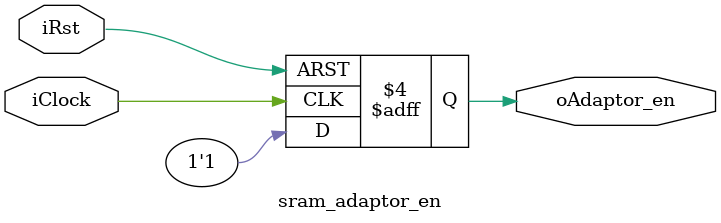
<source format=v>
module sram_adaptor_en(
    iRst,
    iClock,
    oAdaptor_en,
    );
    input iRst;
    input iClock;
    output oAdaptor_en;

    reg[7:0] count;
    reg oAdaptor_en;
    wire[7:0] count_next;
    assign count_next=count+8'b1;
    always @(posedge iClock or posedge iRst) begin  
        if(iRst)
            count<=0;
        else
            count<=count_next;
    end
    always @(posedge iClock or posedge iRst) begin
        if(iRst)
            oAdaptor_en<=1'b0;
//        else if(count_next==8'd41)
//            oAdaptor_en<=1'b0;
        else
            oAdaptor_en<=1'b1;
    end
endmodule
</source>
